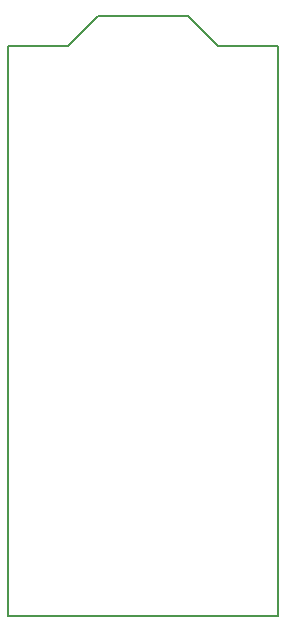
<source format=gm1>
G04 #@! TF.FileFunction,Profile,NP*
%FSLAX46Y46*%
G04 Gerber Fmt 4.6, Leading zero omitted, Abs format (unit mm)*
G04 Created by KiCad (PCBNEW 0.201509300352+6225~30~ubuntu15.04.1-product) date Thu 01 Oct 2015 02:18:51 AM PDT*
%MOMM*%
G01*
G04 APERTURE LIST*
%ADD10C,0.100000*%
%ADD11C,0.150000*%
G04 APERTURE END LIST*
D10*
D11*
X156210000Y-97790000D02*
X156210000Y-146050000D01*
X133350000Y-97790000D02*
X133350000Y-146050000D01*
X151130000Y-97790000D02*
X156210000Y-97790000D01*
X148590000Y-95250000D02*
X151130000Y-97790000D01*
X140970000Y-95250000D02*
X148590000Y-95250000D01*
X138430000Y-97790000D02*
X140970000Y-95250000D01*
X133350000Y-97790000D02*
X138430000Y-97790000D01*
X156210000Y-146050000D02*
X133350000Y-146050000D01*
M02*

</source>
